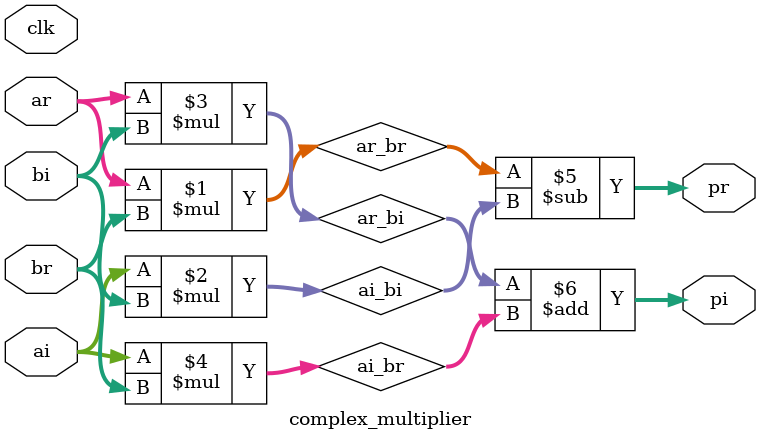
<source format=v>
`timescale 1ns / 1ps

module complex_multiplier (
    input clk,
    input signed [15:0] ar, ai,
    input signed [15:0] br, bi,
    output signed [31:0] pr, pi
    );

    wire signed [31:0] ar_br, ai_bi, ar_bi, ai_br;
    
    // DSP slices for multiplication
    assign ar_br = ar * br;
    assign ai_bi = ai * bi;
    assign ar_bi = ar * bi;
    assign ai_br = ai * br;
    
    assign pr = ar_br - ai_bi; // Real part of product
    assign pi = ar_bi + ai_br; // Imaginary part of product

endmodule

</source>
